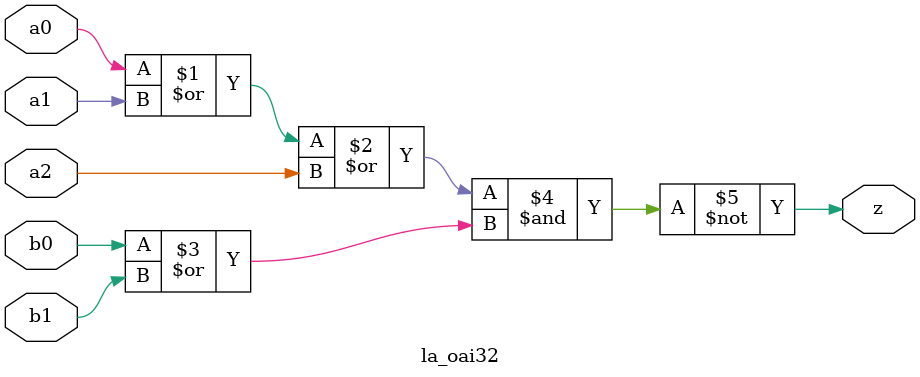
<source format=v>
module la_oai32(	// file.cleaned.mlir:2:3
  input  a0,	// file.cleaned.mlir:2:26
         a1,	// file.cleaned.mlir:2:39
         a2,	// file.cleaned.mlir:2:52
         b0,	// file.cleaned.mlir:2:65
         b1,	// file.cleaned.mlir:2:78
  output z	// file.cleaned.mlir:2:92
);

  assign z = ~((a0 | a1 | a2) & (b0 | b1));	// file.cleaned.mlir:4:10, :5:10, :6:10, :7:10, :8:5
endmodule


</source>
